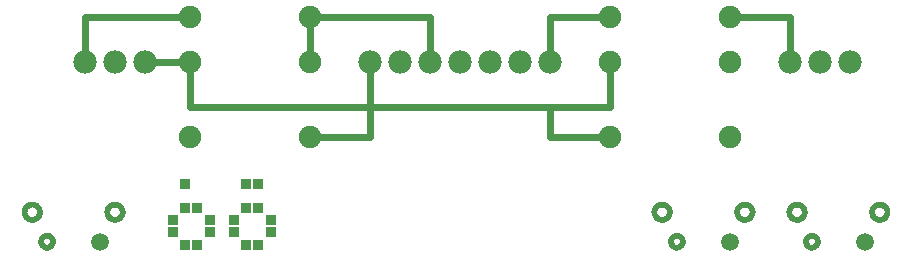
<source format=gtl>
G04 MADE WITH FRITZING*
G04 WWW.FRITZING.ORG*
G04 DOUBLE SIDED*
G04 HOLES PLATED*
G04 CONTOUR ON CENTER OF CONTOUR VECTOR*
%ASAXBY*%
%FSLAX23Y23*%
%MOIN*%
%OFA0B0*%
%SFA1.0B1.0*%
%ADD10C,0.075000*%
%ADD11C,0.078000*%
%ADD12C,0.059055*%
%ADD13R,0.032835X0.032835*%
%ADD14C,0.024000*%
%ADD15R,0.001000X0.001000*%
%LNCOPPER1*%
G90*
G70*
G54D10*
X2071Y834D03*
X2471Y834D03*
G54D11*
X2871Y684D03*
X2771Y684D03*
X2671Y684D03*
X521Y684D03*
X421Y684D03*
X321Y684D03*
X1871Y684D03*
X1771Y684D03*
X1671Y684D03*
X1571Y684D03*
X1471Y684D03*
X1371Y684D03*
X1271Y684D03*
G54D10*
X671Y684D03*
X1071Y684D03*
X671Y834D03*
X1071Y834D03*
X671Y434D03*
X1071Y434D03*
X2071Y434D03*
X2471Y434D03*
X2071Y684D03*
X2471Y684D03*
G54D12*
X371Y84D03*
X2471Y84D03*
X2921Y84D03*
G54D13*
X653Y278D03*
X857Y278D03*
X897Y278D03*
X613Y116D03*
X613Y156D03*
X653Y197D03*
X694Y197D03*
X735Y116D03*
X735Y156D03*
X653Y75D03*
X694Y75D03*
X816Y116D03*
X816Y156D03*
X857Y197D03*
X897Y197D03*
X938Y116D03*
X938Y156D03*
X857Y75D03*
X897Y75D03*
G54D14*
X1271Y533D02*
X1271Y654D01*
D02*
X671Y533D02*
X671Y656D01*
D02*
X1271Y533D02*
X671Y533D01*
D02*
X1470Y835D02*
X1099Y835D01*
D02*
X1470Y715D02*
X1470Y835D01*
D02*
X551Y684D02*
X642Y684D01*
D02*
X1071Y713D02*
X1071Y806D01*
D02*
X2071Y533D02*
X2071Y656D01*
D02*
X1871Y533D02*
X2071Y533D01*
D02*
X320Y835D02*
X320Y715D01*
D02*
X642Y835D02*
X320Y835D01*
D02*
X1871Y433D02*
X2042Y434D01*
D02*
X1871Y533D02*
X1871Y433D01*
D02*
X1271Y533D02*
X1871Y533D01*
D02*
X1271Y533D02*
X1271Y633D01*
D02*
X1271Y633D02*
X1271Y533D01*
D02*
X1271Y433D02*
X1271Y533D01*
D02*
X1099Y434D02*
X1271Y433D01*
D02*
X1870Y835D02*
X2042Y835D01*
D02*
X1870Y715D02*
X1870Y835D01*
D02*
X2671Y835D02*
X2499Y835D01*
D02*
X2671Y715D02*
X2671Y835D01*
G54D15*
X137Y218D02*
X150Y218D01*
X413Y218D02*
X425Y218D01*
X2237Y218D02*
X2249Y218D01*
X2513Y218D02*
X2525Y218D01*
X2687Y218D02*
X2699Y218D01*
X2962Y218D02*
X2975Y218D01*
X134Y217D02*
X154Y217D01*
X409Y217D02*
X429Y217D01*
X2233Y217D02*
X2253Y217D01*
X2509Y217D02*
X2529Y217D01*
X2683Y217D02*
X2703Y217D01*
X2959Y217D02*
X2979Y217D01*
X131Y216D02*
X156Y216D01*
X406Y216D02*
X432Y216D01*
X2231Y216D02*
X2256Y216D01*
X2506Y216D02*
X2531Y216D01*
X2680Y216D02*
X2706Y216D01*
X2956Y216D02*
X2981Y216D01*
X129Y215D02*
X158Y215D01*
X404Y215D02*
X434Y215D01*
X2228Y215D02*
X2258Y215D01*
X2504Y215D02*
X2534Y215D01*
X2678Y215D02*
X2708Y215D01*
X2954Y215D02*
X2984Y215D01*
X127Y214D02*
X160Y214D01*
X402Y214D02*
X436Y214D01*
X2226Y214D02*
X2260Y214D01*
X2502Y214D02*
X2536Y214D01*
X2676Y214D02*
X2710Y214D01*
X2952Y214D02*
X2986Y214D01*
X125Y213D02*
X162Y213D01*
X401Y213D02*
X438Y213D01*
X2225Y213D02*
X2262Y213D01*
X2500Y213D02*
X2537Y213D01*
X2675Y213D02*
X2712Y213D01*
X2950Y213D02*
X2987Y213D01*
X123Y212D02*
X164Y212D01*
X399Y212D02*
X439Y212D01*
X2223Y212D02*
X2263Y212D01*
X2499Y212D02*
X2539Y212D01*
X2673Y212D02*
X2713Y212D01*
X2949Y212D02*
X2989Y212D01*
X122Y211D02*
X165Y211D01*
X398Y211D02*
X441Y211D01*
X2222Y211D02*
X2265Y211D01*
X2497Y211D02*
X2540Y211D01*
X2672Y211D02*
X2715Y211D01*
X2947Y211D02*
X2990Y211D01*
X121Y210D02*
X166Y210D01*
X396Y210D02*
X442Y210D01*
X2220Y210D02*
X2266Y210D01*
X2496Y210D02*
X2541Y210D01*
X2670Y210D02*
X2716Y210D01*
X2946Y210D02*
X2991Y210D01*
X120Y209D02*
X167Y209D01*
X395Y209D02*
X443Y209D01*
X2219Y209D02*
X2267Y209D01*
X2495Y209D02*
X2543Y209D01*
X2669Y209D02*
X2717Y209D01*
X2945Y209D02*
X2992Y209D01*
X119Y208D02*
X168Y208D01*
X394Y208D02*
X444Y208D01*
X2218Y208D02*
X2268Y208D01*
X2494Y208D02*
X2544Y208D01*
X2668Y208D02*
X2718Y208D01*
X2944Y208D02*
X2994Y208D01*
X118Y207D02*
X169Y207D01*
X393Y207D02*
X445Y207D01*
X2217Y207D02*
X2269Y207D01*
X2493Y207D02*
X2545Y207D01*
X2667Y207D02*
X2719Y207D01*
X2943Y207D02*
X2994Y207D01*
X117Y206D02*
X170Y206D01*
X392Y206D02*
X446Y206D01*
X2217Y206D02*
X2270Y206D01*
X2492Y206D02*
X2545Y206D01*
X2666Y206D02*
X2720Y206D01*
X2942Y206D02*
X2995Y206D01*
X116Y205D02*
X171Y205D01*
X392Y205D02*
X447Y205D01*
X2216Y205D02*
X2271Y205D01*
X2491Y205D02*
X2546Y205D01*
X2666Y205D02*
X2720Y205D01*
X2941Y205D02*
X2996Y205D01*
X115Y204D02*
X172Y204D01*
X391Y204D02*
X447Y204D01*
X2215Y204D02*
X2271Y204D01*
X2491Y204D02*
X2547Y204D01*
X2665Y204D02*
X2721Y204D01*
X2941Y204D02*
X2997Y204D01*
X115Y203D02*
X172Y203D01*
X390Y203D02*
X448Y203D01*
X2214Y203D02*
X2272Y203D01*
X2490Y203D02*
X2548Y203D01*
X2664Y203D02*
X2722Y203D01*
X2940Y203D02*
X2997Y203D01*
X114Y202D02*
X173Y202D01*
X390Y202D02*
X449Y202D01*
X2214Y202D02*
X2273Y202D01*
X2489Y202D02*
X2548Y202D01*
X2664Y202D02*
X2723Y202D01*
X2939Y202D02*
X2998Y202D01*
X114Y201D02*
X174Y201D01*
X389Y201D02*
X449Y201D01*
X2213Y201D02*
X2273Y201D01*
X2489Y201D02*
X2549Y201D01*
X2663Y201D02*
X2723Y201D01*
X2939Y201D02*
X2999Y201D01*
X113Y200D02*
X174Y200D01*
X389Y200D02*
X450Y200D01*
X2213Y200D02*
X2274Y200D01*
X2488Y200D02*
X2549Y200D01*
X2663Y200D02*
X2724Y200D01*
X2938Y200D02*
X2999Y200D01*
X113Y199D02*
X142Y199D01*
X145Y199D02*
X175Y199D01*
X388Y199D02*
X418Y199D01*
X420Y199D02*
X450Y199D01*
X2212Y199D02*
X2242Y199D01*
X2244Y199D02*
X2274Y199D01*
X2488Y199D02*
X2518Y199D01*
X2520Y199D02*
X2550Y199D01*
X2662Y199D02*
X2692Y199D01*
X2694Y199D02*
X2724Y199D01*
X2938Y199D02*
X2968Y199D01*
X2970Y199D02*
X3000Y199D01*
X112Y198D02*
X137Y198D01*
X150Y198D02*
X175Y198D01*
X388Y198D02*
X413Y198D01*
X426Y198D02*
X451Y198D01*
X2212Y198D02*
X2237Y198D01*
X2250Y198D02*
X2275Y198D01*
X2487Y198D02*
X2512Y198D01*
X2525Y198D02*
X2550Y198D01*
X2662Y198D02*
X2687Y198D01*
X2700Y198D02*
X2725Y198D01*
X2937Y198D02*
X2962Y198D01*
X2975Y198D02*
X3000Y198D01*
X112Y197D02*
X135Y197D01*
X152Y197D02*
X176Y197D01*
X387Y197D02*
X411Y197D01*
X428Y197D02*
X451Y197D01*
X2211Y197D02*
X2235Y197D01*
X2252Y197D02*
X2275Y197D01*
X2487Y197D02*
X2510Y197D01*
X2527Y197D02*
X2551Y197D01*
X2661Y197D02*
X2685Y197D01*
X2702Y197D02*
X2725Y197D01*
X2937Y197D02*
X2960Y197D01*
X2977Y197D02*
X3001Y197D01*
X111Y196D02*
X134Y196D01*
X153Y196D02*
X176Y196D01*
X387Y196D02*
X409Y196D01*
X429Y196D02*
X451Y196D01*
X2211Y196D02*
X2233Y196D01*
X2253Y196D02*
X2276Y196D01*
X2486Y196D02*
X2509Y196D01*
X2529Y196D02*
X2551Y196D01*
X2661Y196D02*
X2683Y196D01*
X2703Y196D02*
X2725Y196D01*
X2936Y196D02*
X2959Y196D01*
X2978Y196D02*
X3001Y196D01*
X111Y195D02*
X133Y195D01*
X155Y195D02*
X176Y195D01*
X386Y195D02*
X408Y195D01*
X430Y195D02*
X452Y195D01*
X2210Y195D02*
X2232Y195D01*
X2254Y195D02*
X2276Y195D01*
X2486Y195D02*
X2508Y195D01*
X2530Y195D02*
X2551Y195D01*
X2660Y195D02*
X2682Y195D01*
X2704Y195D02*
X2726Y195D01*
X2936Y195D02*
X2958Y195D01*
X2980Y195D02*
X3001Y195D01*
X110Y194D02*
X132Y194D01*
X156Y194D02*
X177Y194D01*
X386Y194D02*
X407Y194D01*
X431Y194D02*
X452Y194D01*
X2210Y194D02*
X2231Y194D01*
X2255Y194D02*
X2276Y194D01*
X2486Y194D02*
X2507Y194D01*
X2531Y194D02*
X2552Y194D01*
X2660Y194D02*
X2681Y194D01*
X2705Y194D02*
X2726Y194D01*
X2936Y194D02*
X2957Y194D01*
X2981Y194D02*
X3002Y194D01*
X110Y193D02*
X131Y193D01*
X156Y193D02*
X177Y193D01*
X386Y193D02*
X406Y193D01*
X432Y193D02*
X453Y193D01*
X2210Y193D02*
X2230Y193D01*
X2256Y193D02*
X2277Y193D01*
X2485Y193D02*
X2506Y193D01*
X2532Y193D02*
X2552Y193D01*
X2660Y193D02*
X2680Y193D01*
X2706Y193D02*
X2726Y193D01*
X2935Y193D02*
X2956Y193D01*
X2982Y193D02*
X3002Y193D01*
X110Y192D02*
X130Y192D01*
X157Y192D02*
X177Y192D01*
X385Y192D02*
X405Y192D01*
X433Y192D02*
X453Y192D01*
X2210Y192D02*
X2229Y192D01*
X2257Y192D02*
X2277Y192D01*
X2485Y192D02*
X2505Y192D01*
X2532Y192D02*
X2552Y192D01*
X2659Y192D02*
X2679Y192D01*
X2707Y192D02*
X2727Y192D01*
X2935Y192D02*
X2955Y192D01*
X2982Y192D02*
X3002Y192D01*
X110Y191D02*
X129Y191D01*
X158Y191D02*
X178Y191D01*
X385Y191D02*
X405Y191D01*
X433Y191D02*
X453Y191D01*
X2209Y191D02*
X2229Y191D01*
X2258Y191D02*
X2277Y191D01*
X2485Y191D02*
X2504Y191D01*
X2533Y191D02*
X2553Y191D01*
X2659Y191D02*
X2679Y191D01*
X2707Y191D02*
X2727Y191D01*
X2935Y191D02*
X2954Y191D01*
X2983Y191D02*
X3003Y191D01*
X109Y190D02*
X129Y190D01*
X158Y190D02*
X178Y190D01*
X385Y190D02*
X404Y190D01*
X434Y190D02*
X453Y190D01*
X2209Y190D02*
X2228Y190D01*
X2258Y190D02*
X2277Y190D01*
X2485Y190D02*
X2504Y190D01*
X2534Y190D02*
X2553Y190D01*
X2659Y190D02*
X2678Y190D01*
X2708Y190D02*
X2727Y190D01*
X2934Y190D02*
X2954Y190D01*
X2984Y190D02*
X3003Y190D01*
X109Y189D02*
X128Y189D01*
X159Y189D02*
X178Y189D01*
X385Y189D02*
X404Y189D01*
X434Y189D02*
X453Y189D01*
X2209Y189D02*
X2228Y189D01*
X2259Y189D02*
X2278Y189D01*
X2484Y189D02*
X2503Y189D01*
X2534Y189D02*
X2553Y189D01*
X2659Y189D02*
X2678Y189D01*
X2708Y189D02*
X2727Y189D01*
X2934Y189D02*
X2953Y189D01*
X2984Y189D02*
X3003Y189D01*
X109Y188D02*
X128Y188D01*
X159Y188D02*
X178Y188D01*
X385Y188D02*
X404Y188D01*
X435Y188D02*
X454Y188D01*
X2209Y188D02*
X2228Y188D01*
X2259Y188D02*
X2278Y188D01*
X2484Y188D02*
X2503Y188D01*
X2534Y188D02*
X2553Y188D01*
X2659Y188D02*
X2678Y188D01*
X2709Y188D02*
X2728Y188D01*
X2934Y188D02*
X2953Y188D01*
X2984Y188D02*
X3003Y188D01*
X109Y187D02*
X128Y187D01*
X159Y187D02*
X178Y187D01*
X384Y187D02*
X403Y187D01*
X435Y187D02*
X454Y187D01*
X2209Y187D02*
X2227Y187D01*
X2259Y187D02*
X2278Y187D01*
X2484Y187D02*
X2503Y187D01*
X2535Y187D02*
X2553Y187D01*
X2658Y187D02*
X2677Y187D01*
X2709Y187D02*
X2728Y187D01*
X2934Y187D02*
X2953Y187D01*
X2985Y187D02*
X3003Y187D01*
X109Y186D02*
X128Y186D01*
X160Y186D02*
X178Y186D01*
X384Y186D02*
X403Y186D01*
X435Y186D02*
X454Y186D01*
X2208Y186D02*
X2227Y186D01*
X2259Y186D02*
X2278Y186D01*
X2484Y186D02*
X2503Y186D01*
X2535Y186D02*
X2554Y186D01*
X2658Y186D02*
X2677Y186D01*
X2709Y186D02*
X2728Y186D01*
X2934Y186D02*
X2953Y186D01*
X2985Y186D02*
X3003Y186D01*
X109Y185D02*
X127Y185D01*
X160Y185D02*
X178Y185D01*
X384Y185D02*
X403Y185D01*
X435Y185D02*
X454Y185D01*
X2208Y185D02*
X2227Y185D01*
X2259Y185D02*
X2278Y185D01*
X2484Y185D02*
X2503Y185D01*
X2535Y185D02*
X2554Y185D01*
X2658Y185D02*
X2677Y185D01*
X2709Y185D02*
X2728Y185D01*
X2934Y185D02*
X2953Y185D01*
X2985Y185D02*
X3003Y185D01*
X109Y184D02*
X127Y184D01*
X160Y184D02*
X178Y184D01*
X384Y184D02*
X403Y184D01*
X435Y184D02*
X454Y184D01*
X2208Y184D02*
X2227Y184D01*
X2259Y184D02*
X2278Y184D01*
X2484Y184D02*
X2503Y184D01*
X2535Y184D02*
X2554Y184D01*
X2658Y184D02*
X2677Y184D01*
X2709Y184D02*
X2728Y184D01*
X2934Y184D02*
X2952Y184D01*
X2985Y184D02*
X3004Y184D01*
X109Y183D02*
X127Y183D01*
X160Y183D02*
X178Y183D01*
X384Y183D02*
X403Y183D01*
X435Y183D02*
X454Y183D01*
X2208Y183D02*
X2227Y183D01*
X2259Y183D02*
X2278Y183D01*
X2484Y183D02*
X2503Y183D01*
X2535Y183D02*
X2554Y183D01*
X2658Y183D02*
X2677Y183D01*
X2709Y183D02*
X2728Y183D01*
X2934Y183D02*
X2952Y183D01*
X2985Y183D02*
X3004Y183D01*
X109Y182D02*
X127Y182D01*
X160Y182D02*
X178Y182D01*
X384Y182D02*
X403Y182D01*
X435Y182D02*
X454Y182D01*
X2208Y182D02*
X2227Y182D01*
X2259Y182D02*
X2278Y182D01*
X2484Y182D02*
X2503Y182D01*
X2535Y182D02*
X2554Y182D01*
X2658Y182D02*
X2677Y182D01*
X2709Y182D02*
X2728Y182D01*
X2934Y182D02*
X2953Y182D01*
X2985Y182D02*
X3003Y182D01*
X109Y181D02*
X128Y181D01*
X160Y181D02*
X178Y181D01*
X384Y181D02*
X403Y181D01*
X435Y181D02*
X454Y181D01*
X2208Y181D02*
X2227Y181D01*
X2259Y181D02*
X2278Y181D01*
X2484Y181D02*
X2503Y181D01*
X2535Y181D02*
X2554Y181D01*
X2658Y181D02*
X2677Y181D01*
X2709Y181D02*
X2728Y181D01*
X2934Y181D02*
X2953Y181D01*
X2985Y181D02*
X3003Y181D01*
X109Y180D02*
X128Y180D01*
X160Y180D02*
X178Y180D01*
X384Y180D02*
X403Y180D01*
X435Y180D02*
X454Y180D01*
X2208Y180D02*
X2227Y180D01*
X2259Y180D02*
X2278Y180D01*
X2484Y180D02*
X2503Y180D01*
X2535Y180D02*
X2553Y180D01*
X2658Y180D02*
X2677Y180D01*
X2709Y180D02*
X2728Y180D01*
X2934Y180D02*
X2953Y180D01*
X2985Y180D02*
X3003Y180D01*
X109Y179D02*
X128Y179D01*
X159Y179D02*
X178Y179D01*
X385Y179D02*
X403Y179D01*
X435Y179D02*
X454Y179D01*
X2209Y179D02*
X2227Y179D01*
X2259Y179D02*
X2278Y179D01*
X2484Y179D02*
X2503Y179D01*
X2534Y179D02*
X2553Y179D01*
X2659Y179D02*
X2677Y179D01*
X2709Y179D02*
X2728Y179D01*
X2934Y179D02*
X2953Y179D01*
X2984Y179D02*
X3003Y179D01*
X109Y178D02*
X128Y178D01*
X159Y178D02*
X178Y178D01*
X385Y178D02*
X404Y178D01*
X435Y178D02*
X454Y178D01*
X2209Y178D02*
X2228Y178D01*
X2259Y178D02*
X2278Y178D01*
X2484Y178D02*
X2503Y178D01*
X2534Y178D02*
X2553Y178D01*
X2659Y178D02*
X2678Y178D01*
X2709Y178D02*
X2728Y178D01*
X2934Y178D02*
X2953Y178D01*
X2984Y178D02*
X3003Y178D01*
X109Y177D02*
X129Y177D01*
X159Y177D02*
X178Y177D01*
X385Y177D02*
X404Y177D01*
X434Y177D02*
X453Y177D01*
X2209Y177D02*
X2228Y177D01*
X2258Y177D02*
X2277Y177D01*
X2484Y177D02*
X2504Y177D01*
X2534Y177D02*
X2553Y177D01*
X2659Y177D02*
X2678Y177D01*
X2708Y177D02*
X2727Y177D01*
X2934Y177D02*
X2954Y177D01*
X2984Y177D02*
X3003Y177D01*
X110Y176D02*
X129Y176D01*
X158Y176D02*
X178Y176D01*
X385Y176D02*
X405Y176D01*
X434Y176D02*
X453Y176D01*
X2209Y176D02*
X2229Y176D01*
X2258Y176D02*
X2277Y176D01*
X2485Y176D02*
X2504Y176D01*
X2533Y176D02*
X2553Y176D01*
X2659Y176D02*
X2679Y176D01*
X2708Y176D02*
X2727Y176D01*
X2935Y176D02*
X2954Y176D01*
X2983Y176D02*
X3003Y176D01*
X110Y175D02*
X130Y175D01*
X158Y175D02*
X177Y175D01*
X385Y175D02*
X405Y175D01*
X433Y175D02*
X453Y175D01*
X2209Y175D02*
X2229Y175D01*
X2257Y175D02*
X2277Y175D01*
X2485Y175D02*
X2505Y175D01*
X2533Y175D02*
X2552Y175D01*
X2659Y175D02*
X2679Y175D01*
X2707Y175D02*
X2727Y175D01*
X2935Y175D02*
X2955Y175D01*
X2983Y175D02*
X3002Y175D01*
X110Y174D02*
X130Y174D01*
X157Y174D02*
X177Y174D01*
X386Y174D02*
X406Y174D01*
X432Y174D02*
X453Y174D01*
X2210Y174D02*
X2230Y174D01*
X2256Y174D02*
X2277Y174D01*
X2485Y174D02*
X2506Y174D01*
X2532Y174D02*
X2552Y174D01*
X2660Y174D02*
X2680Y174D01*
X2706Y174D02*
X2727Y174D01*
X2935Y174D02*
X2955Y174D01*
X2982Y174D02*
X3002Y174D01*
X110Y173D02*
X131Y173D01*
X156Y173D02*
X177Y173D01*
X386Y173D02*
X407Y173D01*
X431Y173D02*
X452Y173D01*
X2210Y173D02*
X2231Y173D01*
X2255Y173D02*
X2276Y173D01*
X2486Y173D02*
X2506Y173D01*
X2531Y173D02*
X2552Y173D01*
X2660Y173D02*
X2681Y173D01*
X2705Y173D02*
X2726Y173D01*
X2935Y173D02*
X2956Y173D01*
X2981Y173D02*
X3002Y173D01*
X111Y172D02*
X132Y172D01*
X155Y172D02*
X176Y172D01*
X386Y172D02*
X408Y172D01*
X431Y172D02*
X452Y172D01*
X2210Y172D02*
X2232Y172D01*
X2255Y172D02*
X2276Y172D01*
X2486Y172D02*
X2507Y172D01*
X2530Y172D02*
X2552Y172D01*
X2660Y172D02*
X2682Y172D01*
X2704Y172D02*
X2726Y172D01*
X2936Y172D02*
X2957Y172D01*
X2980Y172D02*
X3001Y172D01*
X111Y171D02*
X133Y171D01*
X154Y171D02*
X176Y171D01*
X387Y171D02*
X409Y171D01*
X429Y171D02*
X452Y171D01*
X2211Y171D02*
X2233Y171D01*
X2253Y171D02*
X2276Y171D01*
X2486Y171D02*
X2509Y171D01*
X2529Y171D02*
X2551Y171D01*
X2661Y171D02*
X2683Y171D01*
X2703Y171D02*
X2726Y171D01*
X2936Y171D02*
X2958Y171D01*
X2979Y171D02*
X3001Y171D01*
X111Y170D02*
X135Y170D01*
X153Y170D02*
X176Y170D01*
X387Y170D02*
X410Y170D01*
X428Y170D02*
X451Y170D01*
X2211Y170D02*
X2234Y170D01*
X2252Y170D02*
X2275Y170D01*
X2487Y170D02*
X2510Y170D01*
X2528Y170D02*
X2551Y170D01*
X2661Y170D02*
X2684Y170D01*
X2702Y170D02*
X2725Y170D01*
X2937Y170D02*
X2960Y170D01*
X2978Y170D02*
X3001Y170D01*
X112Y169D02*
X136Y169D01*
X151Y169D02*
X175Y169D01*
X387Y169D02*
X412Y169D01*
X426Y169D02*
X451Y169D01*
X2212Y169D02*
X2236Y169D01*
X2250Y169D02*
X2275Y169D01*
X2487Y169D02*
X2511Y169D01*
X2526Y169D02*
X2550Y169D01*
X2661Y169D02*
X2686Y169D01*
X2700Y169D02*
X2725Y169D01*
X2937Y169D02*
X2961Y169D01*
X2976Y169D02*
X3000Y169D01*
X112Y168D02*
X139Y168D01*
X148Y168D02*
X175Y168D01*
X388Y168D02*
X415Y168D01*
X424Y168D02*
X450Y168D01*
X2212Y168D02*
X2239Y168D01*
X2248Y168D02*
X2274Y168D01*
X2488Y168D02*
X2514Y168D01*
X2523Y168D02*
X2550Y168D01*
X2662Y168D02*
X2689Y168D01*
X2697Y168D02*
X2724Y168D01*
X2937Y168D02*
X2964Y168D01*
X2973Y168D02*
X3000Y168D01*
X113Y167D02*
X174Y167D01*
X388Y167D02*
X450Y167D01*
X2212Y167D02*
X2274Y167D01*
X2488Y167D02*
X2549Y167D01*
X2662Y167D02*
X2724Y167D01*
X2938Y167D02*
X2999Y167D01*
X113Y166D02*
X174Y166D01*
X389Y166D02*
X449Y166D01*
X2213Y166D02*
X2273Y166D01*
X2489Y166D02*
X2549Y166D01*
X2663Y166D02*
X2723Y166D01*
X2938Y166D02*
X2999Y166D01*
X114Y165D02*
X173Y165D01*
X390Y165D02*
X449Y165D01*
X2214Y165D02*
X2273Y165D01*
X2489Y165D02*
X2548Y165D01*
X2663Y165D02*
X2723Y165D01*
X2939Y165D02*
X2998Y165D01*
X115Y164D02*
X173Y164D01*
X390Y164D02*
X448Y164D01*
X2214Y164D02*
X2272Y164D01*
X2490Y164D02*
X2548Y164D01*
X2664Y164D02*
X2722Y164D01*
X2940Y164D02*
X2998Y164D01*
X115Y163D02*
X172Y163D01*
X391Y163D02*
X448Y163D01*
X2215Y163D02*
X2272Y163D01*
X2490Y163D02*
X2547Y163D01*
X2665Y163D02*
X2721Y163D01*
X2940Y163D02*
X2997Y163D01*
X116Y162D02*
X171Y162D01*
X391Y162D02*
X447Y162D01*
X2216Y162D02*
X2271Y162D01*
X2491Y162D02*
X2546Y162D01*
X2665Y162D02*
X2721Y162D01*
X2941Y162D02*
X2996Y162D01*
X117Y161D02*
X171Y161D01*
X392Y161D02*
X446Y161D01*
X2216Y161D02*
X2270Y161D01*
X2492Y161D02*
X2546Y161D01*
X2666Y161D02*
X2720Y161D01*
X2942Y161D02*
X2996Y161D01*
X118Y160D02*
X170Y160D01*
X393Y160D02*
X445Y160D01*
X2217Y160D02*
X2269Y160D01*
X2493Y160D02*
X2545Y160D01*
X2667Y160D02*
X2719Y160D01*
X2943Y160D02*
X2995Y160D01*
X118Y159D02*
X169Y159D01*
X394Y159D02*
X444Y159D01*
X2218Y159D02*
X2268Y159D01*
X2494Y159D02*
X2544Y159D01*
X2668Y159D02*
X2718Y159D01*
X2943Y159D02*
X2994Y159D01*
X119Y158D02*
X168Y158D01*
X395Y158D02*
X443Y158D01*
X2219Y158D02*
X2267Y158D01*
X2494Y158D02*
X2543Y158D01*
X2669Y158D02*
X2717Y158D01*
X2944Y158D02*
X2993Y158D01*
X120Y157D02*
X167Y157D01*
X396Y157D02*
X442Y157D01*
X2220Y157D02*
X2266Y157D01*
X2496Y157D02*
X2542Y157D01*
X2670Y157D02*
X2716Y157D01*
X2946Y157D02*
X2992Y157D01*
X122Y156D02*
X166Y156D01*
X397Y156D02*
X441Y156D01*
X2221Y156D02*
X2265Y156D01*
X2497Y156D02*
X2541Y156D01*
X2671Y156D02*
X2715Y156D01*
X2947Y156D02*
X2991Y156D01*
X123Y155D02*
X164Y155D01*
X399Y155D02*
X440Y155D01*
X2223Y155D02*
X2264Y155D01*
X2498Y155D02*
X2539Y155D01*
X2673Y155D02*
X2714Y155D01*
X2948Y155D02*
X2989Y155D01*
X124Y154D02*
X163Y154D01*
X400Y154D02*
X438Y154D01*
X2224Y154D02*
X2262Y154D01*
X2500Y154D02*
X2538Y154D01*
X2674Y154D02*
X2712Y154D01*
X2949Y154D02*
X2988Y154D01*
X126Y153D02*
X161Y153D01*
X402Y153D02*
X437Y153D01*
X2226Y153D02*
X2261Y153D01*
X2501Y153D02*
X2536Y153D01*
X2676Y153D02*
X2711Y153D01*
X2951Y153D02*
X2986Y153D01*
X128Y152D02*
X159Y152D01*
X404Y152D02*
X435Y152D01*
X2228Y152D02*
X2259Y152D01*
X2503Y152D02*
X2534Y152D01*
X2677Y152D02*
X2709Y152D01*
X2953Y152D02*
X2984Y152D01*
X130Y151D02*
X157Y151D01*
X406Y151D02*
X433Y151D01*
X2230Y151D02*
X2257Y151D01*
X2505Y151D02*
X2532Y151D01*
X2680Y151D02*
X2707Y151D01*
X2955Y151D02*
X2982Y151D01*
X133Y150D02*
X154Y150D01*
X408Y150D02*
X430Y150D01*
X2232Y150D02*
X2254Y150D01*
X2508Y150D02*
X2530Y150D01*
X2682Y150D02*
X2704Y150D01*
X2958Y150D02*
X2980Y150D01*
X136Y149D02*
X151Y149D01*
X412Y149D02*
X427Y149D01*
X2236Y149D02*
X2251Y149D01*
X2511Y149D02*
X2526Y149D01*
X2685Y149D02*
X2701Y149D01*
X2961Y149D02*
X2976Y149D01*
X142Y148D02*
X145Y148D01*
X418Y148D02*
X420Y148D01*
X2242Y148D02*
X2244Y148D01*
X2518Y148D02*
X2520Y148D01*
X2692Y148D02*
X2694Y148D01*
X2968Y148D02*
X2970Y148D01*
X189Y114D02*
X197Y114D01*
X2288Y114D02*
X2296Y114D01*
X2738Y114D02*
X2746Y114D01*
X185Y113D02*
X201Y113D01*
X2284Y113D02*
X2300Y113D01*
X2734Y113D02*
X2750Y113D01*
X182Y112D02*
X204Y112D01*
X2282Y112D02*
X2303Y112D01*
X2732Y112D02*
X2753Y112D01*
X180Y111D02*
X206Y111D01*
X2279Y111D02*
X2305Y111D01*
X2729Y111D02*
X2755Y111D01*
X178Y110D02*
X208Y110D01*
X2278Y110D02*
X2307Y110D01*
X2728Y110D02*
X2757Y110D01*
X176Y109D02*
X209Y109D01*
X2276Y109D02*
X2309Y109D01*
X2726Y109D02*
X2759Y109D01*
X175Y108D02*
X211Y108D01*
X2275Y108D02*
X2310Y108D01*
X2725Y108D02*
X2760Y108D01*
X174Y107D02*
X212Y107D01*
X2273Y107D02*
X2311Y107D01*
X2723Y107D02*
X2761Y107D01*
X173Y106D02*
X213Y106D01*
X2272Y106D02*
X2313Y106D01*
X2722Y106D02*
X2762Y106D01*
X172Y105D02*
X214Y105D01*
X2271Y105D02*
X2313Y105D01*
X2721Y105D02*
X2763Y105D01*
X171Y104D02*
X215Y104D01*
X2270Y104D02*
X2314Y104D01*
X2720Y104D02*
X2764Y104D01*
X170Y103D02*
X216Y103D01*
X2270Y103D02*
X2315Y103D01*
X2720Y103D02*
X2765Y103D01*
X169Y102D02*
X216Y102D01*
X2269Y102D02*
X2316Y102D01*
X2719Y102D02*
X2766Y102D01*
X169Y101D02*
X217Y101D01*
X2268Y101D02*
X2316Y101D01*
X2718Y101D02*
X2766Y101D01*
X168Y100D02*
X217Y100D01*
X2268Y100D02*
X2317Y100D01*
X2718Y100D02*
X2767Y100D01*
X168Y99D02*
X218Y99D01*
X2267Y99D02*
X2318Y99D01*
X2717Y99D02*
X2768Y99D01*
X167Y98D02*
X219Y98D01*
X2267Y98D02*
X2318Y98D01*
X2717Y98D02*
X2768Y98D01*
X167Y97D02*
X219Y97D01*
X2266Y97D02*
X2319Y97D01*
X2716Y97D02*
X2769Y97D01*
X166Y96D02*
X219Y96D01*
X2266Y96D02*
X2319Y96D01*
X2716Y96D02*
X2769Y96D01*
X166Y95D02*
X220Y95D01*
X2265Y95D02*
X2319Y95D01*
X2715Y95D02*
X2769Y95D01*
X165Y94D02*
X188Y94D01*
X198Y94D02*
X220Y94D01*
X2265Y94D02*
X2288Y94D01*
X2297Y94D02*
X2320Y94D01*
X2715Y94D02*
X2737Y94D01*
X2747Y94D02*
X2770Y94D01*
X165Y93D02*
X186Y93D01*
X199Y93D02*
X221Y93D01*
X2265Y93D02*
X2286Y93D01*
X2299Y93D02*
X2320Y93D01*
X2715Y93D02*
X2736Y93D01*
X2749Y93D02*
X2770Y93D01*
X165Y92D02*
X185Y92D01*
X200Y92D02*
X221Y92D01*
X2264Y92D02*
X2285Y92D01*
X2300Y92D02*
X2320Y92D01*
X2714Y92D02*
X2735Y92D01*
X2750Y92D02*
X2770Y92D01*
X165Y91D02*
X184Y91D01*
X201Y91D02*
X221Y91D01*
X2264Y91D02*
X2284Y91D01*
X2301Y91D02*
X2321Y91D01*
X2714Y91D02*
X2734Y91D01*
X2751Y91D02*
X2771Y91D01*
X164Y90D02*
X184Y90D01*
X202Y90D02*
X221Y90D01*
X2264Y90D02*
X2283Y90D01*
X2302Y90D02*
X2321Y90D01*
X2714Y90D02*
X2733Y90D01*
X2751Y90D02*
X2771Y90D01*
X164Y89D02*
X183Y89D01*
X203Y89D02*
X221Y89D01*
X2264Y89D02*
X2283Y89D01*
X2302Y89D02*
X2321Y89D01*
X2714Y89D02*
X2733Y89D01*
X2752Y89D02*
X2771Y89D01*
X164Y88D02*
X183Y88D01*
X203Y88D02*
X222Y88D01*
X2264Y88D02*
X2282Y88D01*
X2302Y88D02*
X2321Y88D01*
X2713Y88D02*
X2732Y88D01*
X2752Y88D02*
X2771Y88D01*
X164Y87D02*
X182Y87D01*
X203Y87D02*
X222Y87D01*
X2263Y87D02*
X2282Y87D01*
X2303Y87D02*
X2321Y87D01*
X2713Y87D02*
X2732Y87D01*
X2753Y87D02*
X2771Y87D01*
X164Y86D02*
X182Y86D01*
X203Y86D02*
X222Y86D01*
X2263Y86D02*
X2282Y86D01*
X2303Y86D02*
X2321Y86D01*
X2713Y86D02*
X2732Y86D01*
X2753Y86D02*
X2771Y86D01*
X164Y85D02*
X182Y85D01*
X203Y85D02*
X222Y85D01*
X2263Y85D02*
X2282Y85D01*
X2303Y85D02*
X2321Y85D01*
X2713Y85D02*
X2732Y85D01*
X2753Y85D02*
X2771Y85D01*
X164Y84D02*
X182Y84D01*
X203Y84D02*
X222Y84D01*
X2263Y84D02*
X2282Y84D01*
X2303Y84D02*
X2321Y84D01*
X2713Y84D02*
X2732Y84D01*
X2753Y84D02*
X2771Y84D01*
X164Y83D02*
X182Y83D01*
X203Y83D02*
X222Y83D01*
X2263Y83D02*
X2282Y83D01*
X2303Y83D02*
X2321Y83D01*
X2713Y83D02*
X2732Y83D01*
X2753Y83D02*
X2771Y83D01*
X164Y82D02*
X183Y82D01*
X203Y82D02*
X222Y82D01*
X2264Y82D02*
X2282Y82D01*
X2302Y82D02*
X2321Y82D01*
X2713Y82D02*
X2732Y82D01*
X2752Y82D02*
X2771Y82D01*
X164Y81D02*
X183Y81D01*
X203Y81D02*
X221Y81D01*
X2264Y81D02*
X2283Y81D01*
X2302Y81D02*
X2321Y81D01*
X2714Y81D02*
X2733Y81D01*
X2752Y81D02*
X2771Y81D01*
X164Y80D02*
X184Y80D01*
X202Y80D02*
X221Y80D01*
X2264Y80D02*
X2283Y80D01*
X2302Y80D02*
X2321Y80D01*
X2714Y80D02*
X2733Y80D01*
X2752Y80D02*
X2771Y80D01*
X164Y79D02*
X184Y79D01*
X201Y79D02*
X221Y79D01*
X2264Y79D02*
X2284Y79D01*
X2301Y79D02*
X2321Y79D01*
X2714Y79D02*
X2734Y79D01*
X2751Y79D02*
X2771Y79D01*
X165Y78D02*
X185Y78D01*
X200Y78D02*
X221Y78D01*
X2264Y78D02*
X2285Y78D01*
X2300Y78D02*
X2320Y78D01*
X2714Y78D02*
X2735Y78D01*
X2750Y78D02*
X2770Y78D01*
X165Y77D02*
X186Y77D01*
X199Y77D02*
X221Y77D01*
X2265Y77D02*
X2286Y77D01*
X2299Y77D02*
X2320Y77D01*
X2715Y77D02*
X2736Y77D01*
X2749Y77D02*
X2770Y77D01*
X165Y76D02*
X188Y76D01*
X198Y76D02*
X220Y76D01*
X2265Y76D02*
X2287Y76D01*
X2298Y76D02*
X2320Y76D01*
X2715Y76D02*
X2737Y76D01*
X2747Y76D02*
X2770Y76D01*
X166Y75D02*
X220Y75D01*
X2265Y75D02*
X2319Y75D01*
X2715Y75D02*
X2769Y75D01*
X166Y74D02*
X220Y74D01*
X2266Y74D02*
X2319Y74D01*
X2716Y74D02*
X2769Y74D01*
X167Y73D02*
X219Y73D01*
X2266Y73D02*
X2319Y73D01*
X2716Y73D02*
X2769Y73D01*
X167Y72D02*
X219Y72D01*
X2267Y72D02*
X2318Y72D01*
X2716Y72D02*
X2768Y72D01*
X167Y71D02*
X218Y71D01*
X2267Y71D02*
X2318Y71D01*
X2717Y71D02*
X2768Y71D01*
X168Y70D02*
X218Y70D01*
X2268Y70D02*
X2317Y70D01*
X2718Y70D02*
X2767Y70D01*
X169Y69D02*
X217Y69D01*
X2268Y69D02*
X2317Y69D01*
X2718Y69D02*
X2766Y69D01*
X169Y68D02*
X216Y68D01*
X2269Y68D02*
X2316Y68D01*
X2719Y68D02*
X2766Y68D01*
X170Y67D02*
X216Y67D01*
X2270Y67D02*
X2315Y67D01*
X2719Y67D02*
X2765Y67D01*
X171Y66D02*
X215Y66D01*
X2270Y66D02*
X2314Y66D01*
X2720Y66D02*
X2764Y66D01*
X172Y65D02*
X214Y65D01*
X2271Y65D02*
X2314Y65D01*
X2721Y65D02*
X2764Y65D01*
X172Y64D02*
X213Y64D01*
X2272Y64D02*
X2313Y64D01*
X2722Y64D02*
X2763Y64D01*
X174Y63D02*
X212Y63D01*
X2273Y63D02*
X2312Y63D01*
X2723Y63D02*
X2762Y63D01*
X175Y62D02*
X211Y62D01*
X2274Y62D02*
X2310Y62D01*
X2724Y62D02*
X2760Y62D01*
X176Y61D02*
X209Y61D01*
X2276Y61D02*
X2309Y61D01*
X2726Y61D02*
X2759Y61D01*
X178Y60D02*
X208Y60D01*
X2277Y60D02*
X2307Y60D01*
X2727Y60D02*
X2757Y60D01*
X180Y59D02*
X206Y59D01*
X2279Y59D02*
X2306Y59D01*
X2729Y59D02*
X2756Y59D01*
X182Y58D02*
X204Y58D01*
X2281Y58D02*
X2304Y58D01*
X2731Y58D02*
X2753Y58D01*
X184Y57D02*
X201Y57D01*
X2284Y57D02*
X2301Y57D01*
X2734Y57D02*
X2751Y57D01*
X188Y56D02*
X198Y56D01*
X2288Y56D02*
X2297Y56D01*
X2737Y56D02*
X2747Y56D01*
D02*
G04 End of Copper1*
M02*
</source>
